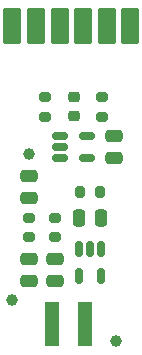
<source format=gbr>
%TF.GenerationSoftware,KiCad,Pcbnew,7.0.1*%
%TF.CreationDate,2024-02-21T00:14:53-08:00*%
%TF.ProjectId,G305_lipo_PMIC,47333035-5f6c-4697-906f-5f504d49432e,rev?*%
%TF.SameCoordinates,Original*%
%TF.FileFunction,Soldermask,Top*%
%TF.FilePolarity,Negative*%
%FSLAX46Y46*%
G04 Gerber Fmt 4.6, Leading zero omitted, Abs format (unit mm)*
G04 Created by KiCad (PCBNEW 7.0.1) date 2024-02-21 00:14:53*
%MOMM*%
%LPD*%
G01*
G04 APERTURE LIST*
G04 Aperture macros list*
%AMRoundRect*
0 Rectangle with rounded corners*
0 $1 Rounding radius*
0 $2 $3 $4 $5 $6 $7 $8 $9 X,Y pos of 4 corners*
0 Add a 4 corners polygon primitive as box body*
4,1,4,$2,$3,$4,$5,$6,$7,$8,$9,$2,$3,0*
0 Add four circle primitives for the rounded corners*
1,1,$1+$1,$2,$3*
1,1,$1+$1,$4,$5*
1,1,$1+$1,$6,$7*
1,1,$1+$1,$8,$9*
0 Add four rect primitives between the rounded corners*
20,1,$1+$1,$2,$3,$4,$5,0*
20,1,$1+$1,$4,$5,$6,$7,0*
20,1,$1+$1,$6,$7,$8,$9,0*
20,1,$1+$1,$8,$9,$2,$3,0*%
G04 Aperture macros list end*
%ADD10C,1.000000*%
%ADD11RoundRect,0.075000X-0.675000X-1.425000X0.675000X-1.425000X0.675000X1.425000X-0.675000X1.425000X0*%
%ADD12RoundRect,0.250000X0.250000X0.475000X-0.250000X0.475000X-0.250000X-0.475000X0.250000X-0.475000X0*%
%ADD13RoundRect,0.200000X-0.275000X0.200000X-0.275000X-0.200000X0.275000X-0.200000X0.275000X0.200000X0*%
%ADD14RoundRect,0.200000X0.275000X-0.200000X0.275000X0.200000X-0.275000X0.200000X-0.275000X-0.200000X0*%
%ADD15RoundRect,0.250000X-0.475000X0.250000X-0.475000X-0.250000X0.475000X-0.250000X0.475000X0.250000X0*%
%ADD16RoundRect,0.200000X-0.200000X-0.275000X0.200000X-0.275000X0.200000X0.275000X-0.200000X0.275000X0*%
%ADD17RoundRect,0.150000X-0.512500X-0.150000X0.512500X-0.150000X0.512500X0.150000X-0.512500X0.150000X0*%
%ADD18RoundRect,0.250000X0.475000X-0.250000X0.475000X0.250000X-0.475000X0.250000X-0.475000X-0.250000X0*%
%ADD19RoundRect,0.150000X-0.150000X0.512500X-0.150000X-0.512500X0.150000X-0.512500X0.150000X0.512500X0*%
%ADD20R,1.200000X3.700000*%
%ADD21RoundRect,0.218750X-0.256250X0.218750X-0.256250X-0.218750X0.256250X-0.218750X0.256250X0.218750X0*%
G04 APERTURE END LIST*
D10*
%TO.C,TP1*%
X102400000Y-82600000D03*
%TD*%
D11*
%TO.C,J1*%
X101000000Y-71800000D03*
X103000000Y-71800000D03*
X105000000Y-71800000D03*
X107000000Y-71800000D03*
X109000000Y-71800000D03*
X111000000Y-71800000D03*
%TD*%
D12*
%TO.C,C4*%
X108550000Y-88000000D03*
X106650000Y-88000000D03*
%TD*%
D13*
%TO.C,R2*%
X103800000Y-77775000D03*
X103800000Y-79425000D03*
%TD*%
D14*
%TO.C,R4*%
X104600000Y-89625001D03*
X104600000Y-87975001D03*
%TD*%
D15*
%TO.C,C2*%
X102400000Y-84450000D03*
X102400000Y-86350000D03*
%TD*%
D16*
%TO.C,R3*%
X106775000Y-85800000D03*
X108425000Y-85800000D03*
%TD*%
D17*
%TO.C,U1*%
X105062500Y-81050000D03*
X105062500Y-82000000D03*
X105062500Y-82950000D03*
X107337500Y-82950000D03*
X107337500Y-81050000D03*
%TD*%
D18*
%TO.C,C1*%
X109600000Y-82950000D03*
X109600000Y-81050000D03*
%TD*%
D19*
%TO.C,U2*%
X108550000Y-90662500D03*
X107600000Y-90662500D03*
X106650000Y-90662500D03*
X106650000Y-92937500D03*
X108550000Y-92937500D03*
%TD*%
D10*
%TO.C,TP2*%
X101000000Y-95000000D03*
%TD*%
D14*
%TO.C,R1*%
X108600000Y-79425000D03*
X108600000Y-77775000D03*
%TD*%
D18*
%TO.C,C3*%
X104600000Y-93350000D03*
X104600000Y-91450000D03*
%TD*%
%TO.C,C6*%
X102400000Y-93350000D03*
X102400000Y-91450000D03*
%TD*%
D20*
%TO.C,L1*%
X107200000Y-97000000D03*
X104400000Y-97000000D03*
%TD*%
D10*
%TO.C,TP3*%
X109800000Y-98400000D03*
%TD*%
D21*
%TO.C,D1*%
X106200000Y-77812500D03*
X106200000Y-79387500D03*
%TD*%
D14*
%TO.C,R5*%
X102400000Y-89625000D03*
X102400000Y-87975000D03*
%TD*%
M02*

</source>
